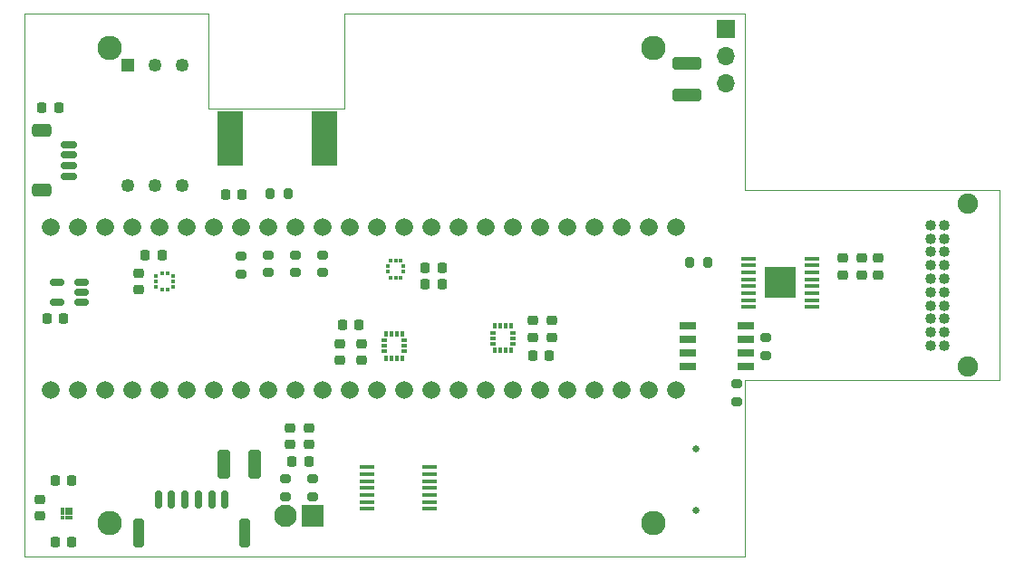
<source format=gbr>
%TF.GenerationSoftware,KiCad,Pcbnew,(7.0.0)*%
%TF.CreationDate,2024-06-17T09:17:14-04:00*%
%TF.ProjectId,BRGRavionics2.4.1,42524752-6176-4696-9f6e-696373322e34,rev?*%
%TF.SameCoordinates,PX429d390PY9157080*%
%TF.FileFunction,Soldermask,Bot*%
%TF.FilePolarity,Negative*%
%FSLAX46Y46*%
G04 Gerber Fmt 4.6, Leading zero omitted, Abs format (unit mm)*
G04 Created by KiCad (PCBNEW (7.0.0)) date 2024-06-17 09:17:14*
%MOMM*%
%LPD*%
G01*
G04 APERTURE LIST*
G04 Aperture macros list*
%AMRoundRect*
0 Rectangle with rounded corners*
0 $1 Rounding radius*
0 $2 $3 $4 $5 $6 $7 $8 $9 X,Y pos of 4 corners*
0 Add a 4 corners polygon primitive as box body*
4,1,4,$2,$3,$4,$5,$6,$7,$8,$9,$2,$3,0*
0 Add four circle primitives for the rounded corners*
1,1,$1+$1,$2,$3*
1,1,$1+$1,$4,$5*
1,1,$1+$1,$6,$7*
1,1,$1+$1,$8,$9*
0 Add four rect primitives between the rounded corners*
20,1,$1+$1,$2,$3,$4,$5,0*
20,1,$1+$1,$4,$5,$6,$7,0*
20,1,$1+$1,$6,$7,$8,$9,0*
20,1,$1+$1,$8,$9,$2,$3,0*%
G04 Aperture macros list end*
%ADD10C,2.286000*%
%ADD11C,0.650000*%
%ADD12R,1.700000X1.700000*%
%ADD13O,1.700000X1.700000*%
%ADD14R,1.251000X1.251000*%
%ADD15C,1.251000*%
%ADD16R,2.420000X5.080000*%
%ADD17C,1.665000*%
%ADD18R,2.100000X2.100000*%
%ADD19C,2.100000*%
%ADD20RoundRect,0.200000X-0.275000X0.200000X-0.275000X-0.200000X0.275000X-0.200000X0.275000X0.200000X0*%
%ADD21RoundRect,0.225000X-0.225000X-0.250000X0.225000X-0.250000X0.225000X0.250000X-0.225000X0.250000X0*%
%ADD22RoundRect,0.225000X0.250000X-0.225000X0.250000X0.225000X-0.250000X0.225000X-0.250000X-0.225000X0*%
%ADD23RoundRect,0.225000X-0.250000X0.225000X-0.250000X-0.225000X0.250000X-0.225000X0.250000X0.225000X0*%
%ADD24RoundRect,0.150000X0.150000X0.700000X-0.150000X0.700000X-0.150000X-0.700000X0.150000X-0.700000X0*%
%ADD25RoundRect,0.250000X0.250000X1.100000X-0.250000X1.100000X-0.250000X-1.100000X0.250000X-1.100000X0*%
%ADD26C,1.900000*%
%ADD27C,1.016000*%
%ADD28RoundRect,0.225000X0.225000X0.250000X-0.225000X0.250000X-0.225000X-0.250000X0.225000X-0.250000X0*%
%ADD29RoundRect,0.200000X0.275000X-0.200000X0.275000X0.200000X-0.275000X0.200000X-0.275000X-0.200000X0*%
%ADD30RoundRect,0.150000X0.512500X0.150000X-0.512500X0.150000X-0.512500X-0.150000X0.512500X-0.150000X0*%
%ADD31RoundRect,0.250000X0.325000X1.100000X-0.325000X1.100000X-0.325000X-1.100000X0.325000X-1.100000X0*%
%ADD32R,0.325000X0.300000*%
%ADD33R,0.300000X0.325000*%
%ADD34RoundRect,0.150000X-0.625000X0.150000X-0.625000X-0.150000X0.625000X-0.150000X0.625000X0.150000X0*%
%ADD35RoundRect,0.250000X-0.650000X0.350000X-0.650000X-0.350000X0.650000X-0.350000X0.650000X0.350000X0*%
%ADD36R,1.475000X0.450000*%
%ADD37RoundRect,0.200000X0.200000X0.275000X-0.200000X0.275000X-0.200000X-0.275000X0.200000X-0.275000X0*%
%ADD38R,3.000000X3.000000*%
%ADD39R,0.300000X0.600000*%
%ADD40R,0.600000X0.300000*%
%ADD41R,1.525000X0.650000*%
%ADD42C,0.404000*%
%ADD43RoundRect,0.250000X-1.100000X0.325000X-1.100000X-0.325000X1.100000X-0.325000X1.100000X0.325000X0*%
%TA.AperFunction,Profile*%
%ADD44C,0.025400*%
%TD*%
%TA.AperFunction,Profile*%
%ADD45C,0.100000*%
%TD*%
G04 APERTURE END LIST*
D10*
%TO.C,H4*%
X58724800Y3175000D03*
%TD*%
%TO.C,H1*%
X7924800Y47625000D03*
%TD*%
D11*
%TO.C,J3*%
X62703500Y4349000D03*
X62703500Y10129000D03*
%TD*%
D12*
%TO.C,J4*%
X65531999Y49387999D03*
D13*
X65531999Y46847999D03*
X65531999Y44307999D03*
%TD*%
D14*
%TO.C,U3*%
X9651999Y46010999D03*
D15*
X12192000Y46011000D03*
X14732000Y46011000D03*
X14732000Y34761000D03*
X12192000Y34761000D03*
X9652000Y34761000D03*
%TD*%
D16*
%TO.C,J1*%
X28001999Y39184999D03*
X19241999Y39184999D03*
%TD*%
D10*
%TO.C,H2*%
X7924800Y3175000D03*
%TD*%
D17*
%TO.C,IC1*%
X7493000Y15621000D03*
X10033000Y15621000D03*
X12573000Y15621000D03*
X15113000Y15621000D03*
X17653000Y15621000D03*
X20193000Y15621000D03*
X22733000Y15621000D03*
X25273000Y15621000D03*
X27813000Y15621000D03*
X30353000Y15621000D03*
X32893000Y15621000D03*
X35433000Y15621000D03*
X35433000Y30861000D03*
X32893000Y30861000D03*
X30353000Y30861000D03*
X27813000Y30861000D03*
X25273000Y30861000D03*
X22733000Y30861000D03*
X20193000Y30861000D03*
X17653000Y30861000D03*
X15113000Y30861000D03*
X12573000Y30861000D03*
X10033000Y30861000D03*
X40513000Y15621000D03*
X43053000Y15621000D03*
X45593000Y15621000D03*
X48133000Y15621000D03*
X50673000Y15621000D03*
X53213000Y15621000D03*
X55753000Y15621000D03*
X58293000Y15621000D03*
X60833000Y15621000D03*
X60833000Y30861000D03*
X58293000Y30861000D03*
X55753000Y30861000D03*
X53213000Y30861000D03*
X50673000Y30861000D03*
X48133000Y30861000D03*
X45593000Y30861000D03*
X43053000Y30861000D03*
X40513000Y30861000D03*
X37973000Y15621000D03*
X7493000Y30861000D03*
X2413000Y30861000D03*
X4953000Y15621000D03*
X37973000Y30861000D03*
X4953000Y30861000D03*
X2413000Y15621000D03*
%TD*%
D18*
%TO.C,J2*%
X26923999Y3809999D03*
D19*
X24384000Y3810000D03*
%TD*%
D10*
%TO.C,H3*%
X58724800Y47625000D03*
%TD*%
D20*
%TO.C,R6*%
X25273000Y28257000D03*
X25273000Y26607000D03*
%TD*%
D21*
%TO.C,C16*%
X47485000Y18796000D03*
X49035000Y18796000D03*
%TD*%
D22*
%TO.C,C17*%
X47498000Y20561000D03*
X47498000Y22111000D03*
%TD*%
D21*
%TO.C,C32*%
X1638000Y42037000D03*
X3188000Y42037000D03*
%TD*%
D23*
%TO.C,C29*%
X10668000Y26556000D03*
X10668000Y25006000D03*
%TD*%
D24*
%TO.C,OSDCOMM1*%
X18746000Y5406000D03*
X17496000Y5406000D03*
X16246000Y5406000D03*
X14996000Y5406000D03*
X13746000Y5406000D03*
X12496000Y5406000D03*
D25*
X20596000Y2206000D03*
X10646000Y2206000D03*
%TD*%
D26*
%TO.C,J5*%
X88103000Y33025000D03*
X88103000Y17775000D03*
D27*
X84653000Y19775000D03*
X84653000Y21025000D03*
X84653000Y22275000D03*
X84653000Y23525000D03*
X84653000Y24775000D03*
X84653000Y26025000D03*
X84653000Y27275000D03*
X84653000Y28525000D03*
X84653000Y29775000D03*
X84653000Y31025000D03*
X85903000Y19775000D03*
X85903000Y21025000D03*
X85903000Y22275000D03*
X85903000Y23525000D03*
X85903000Y24775000D03*
X85903000Y26025000D03*
X85903000Y27275000D03*
X85903000Y28525000D03*
X85903000Y29775000D03*
X85903000Y31025000D03*
%TD*%
D20*
%TO.C,R10*%
X20193000Y28130000D03*
X20193000Y26480000D03*
%TD*%
D22*
%TO.C,C23*%
X26543000Y10528000D03*
X26543000Y12078000D03*
%TD*%
D28*
%TO.C,C31*%
X4439000Y1416000D03*
X2889000Y1416000D03*
%TD*%
D29*
%TO.C,R5*%
X26924000Y5652000D03*
X26924000Y7302000D03*
%TD*%
D30*
%TO.C,IC5*%
X5328500Y25715000D03*
X5328500Y24765000D03*
X5328500Y23815000D03*
X3053500Y23815000D03*
X3053500Y25715000D03*
%TD*%
D23*
%TO.C,C13*%
X76454000Y27953000D03*
X76454000Y26403000D03*
%TD*%
%TO.C,C20*%
X31496000Y19952000D03*
X31496000Y18402000D03*
%TD*%
D21*
%TO.C,C18*%
X37452000Y27051000D03*
X39002000Y27051000D03*
%TD*%
D31*
%TO.C,C26*%
X21541000Y8636000D03*
X18591000Y8636000D03*
%TD*%
D28*
%TO.C,C24*%
X26556000Y8890000D03*
X25006000Y8890000D03*
%TD*%
D23*
%TO.C,C22*%
X29464000Y19952000D03*
X29464000Y18402000D03*
%TD*%
D29*
%TO.C,R1*%
X69215000Y18860000D03*
X69215000Y20510000D03*
%TD*%
D32*
%TO.C,U7*%
X33920999Y26673999D03*
X33920999Y27173999D03*
D33*
X34170999Y27698999D03*
X34670999Y27698999D03*
X35170999Y27698999D03*
D32*
X35420999Y27173999D03*
X35420999Y26673999D03*
D33*
X35170999Y26148999D03*
X34670999Y26148999D03*
X34170999Y26148999D03*
%TD*%
D21*
%TO.C,C33*%
X2069800Y22301200D03*
X3619800Y22301200D03*
%TD*%
D20*
%TO.C,R9*%
X22733000Y28257000D03*
X22733000Y26607000D03*
%TD*%
D22*
%TO.C,C25*%
X24765000Y10528000D03*
X24765000Y12078000D03*
%TD*%
D20*
%TO.C,R4*%
X27813000Y28257000D03*
X27813000Y26607000D03*
%TD*%
D22*
%TO.C,C15*%
X49276000Y20561000D03*
X49276000Y22111000D03*
%TD*%
D34*
%TO.C,EXTRAI1*%
X4119000Y38584000D03*
X4119000Y37584000D03*
X4119000Y36584000D03*
X4119000Y35584000D03*
D35*
X1594000Y39884000D03*
X1594000Y34284000D03*
%TD*%
D36*
%TO.C,U6*%
X32003999Y4481999D03*
X32003999Y5131999D03*
X32003999Y5781999D03*
X32003999Y6431999D03*
X32003999Y7081999D03*
X32003999Y7731999D03*
X32003999Y8381999D03*
X37879999Y8381999D03*
X37879999Y7731999D03*
X37879999Y7081999D03*
X37879999Y6431999D03*
X37879999Y5781999D03*
X37879999Y5131999D03*
X37879999Y4481999D03*
%TD*%
D28*
%TO.C,C28*%
X12827000Y28194000D03*
X11277000Y28194000D03*
%TD*%
%TO.C,C21*%
X31255000Y21717000D03*
X29705000Y21717000D03*
%TD*%
D37*
%TO.C,R3*%
X63817000Y27559000D03*
X62167000Y27559000D03*
%TD*%
D20*
%TO.C,R2*%
X66548000Y16192000D03*
X66548000Y14542000D03*
%TD*%
D36*
%TO.C,IC3*%
X67673999Y23378999D03*
X67673999Y24028999D03*
X67673999Y24678999D03*
X67673999Y25328999D03*
X67673999Y25978999D03*
X67673999Y26628999D03*
X67673999Y27278999D03*
X67673999Y27928999D03*
X73549999Y27928999D03*
X73549999Y27278999D03*
X73549999Y26628999D03*
X73549999Y25978999D03*
D38*
X70611999Y25653999D03*
D36*
X73549999Y25328999D03*
X73549999Y24678999D03*
X73549999Y24028999D03*
X73549999Y23378999D03*
%TD*%
D21*
%TO.C,C19*%
X37452000Y25527000D03*
X39002000Y25527000D03*
%TD*%
D39*
%TO.C,U8*%
X35293999Y18595999D03*
X34793999Y18595999D03*
X34293999Y18595999D03*
X33793999Y18595999D03*
D40*
X33643999Y19245999D03*
X33643999Y19745999D03*
X33643999Y20245999D03*
D39*
X33793999Y20895999D03*
X34293999Y20895999D03*
X34793999Y20895999D03*
X35293999Y20895999D03*
D40*
X35443999Y20245999D03*
X35443999Y19745999D03*
X35443999Y19245999D03*
%TD*%
D23*
%TO.C,C34*%
X1473200Y5366000D03*
X1473200Y3816000D03*
%TD*%
D29*
%TO.C,R8*%
X24384000Y5652000D03*
X24384000Y7302000D03*
%TD*%
D41*
%TO.C,IC4*%
X61981799Y17805399D03*
X61981799Y19075399D03*
X61981799Y20345399D03*
X61981799Y21615399D03*
X67405799Y21615399D03*
X67405799Y20345399D03*
X67405799Y19075399D03*
X67405799Y17805399D03*
%TD*%
D39*
%TO.C,U5*%
X43953999Y21596999D03*
X44453999Y21596999D03*
X44953999Y21596999D03*
X45453999Y21596999D03*
D40*
X45603999Y20946999D03*
X45603999Y20446999D03*
X45603999Y19946999D03*
D39*
X45453999Y19296999D03*
X44953999Y19296999D03*
X44453999Y19296999D03*
X43953999Y19296999D03*
D40*
X43803999Y19946999D03*
X43803999Y20446999D03*
X43803999Y20946999D03*
%TD*%
D37*
%TO.C,R7*%
X24599400Y33985200D03*
X22949400Y33985200D03*
%TD*%
D28*
%TO.C,C27*%
X20333000Y33934400D03*
X18783000Y33934400D03*
%TD*%
D22*
%TO.C,C11*%
X79756000Y26403000D03*
X79756000Y27953000D03*
%TD*%
D42*
%TO.C,U10*%
X4337000Y3664000D03*
X4337000Y4064000D03*
X4337000Y4464000D03*
X3937000Y3664000D03*
X3937000Y4064000D03*
X3937000Y4464000D03*
X3537000Y3664000D03*
X3537000Y4064000D03*
X3537000Y4464000D03*
%TD*%
D33*
%TO.C,U9*%
X12830999Y26530999D03*
X13330999Y26530999D03*
D32*
X13855999Y26280999D03*
X13855999Y25780999D03*
X13855999Y25280999D03*
D33*
X13330999Y25030999D03*
X12830999Y25030999D03*
D32*
X12305999Y25280999D03*
X12305999Y25780999D03*
X12305999Y26280999D03*
%TD*%
D43*
%TO.C,C14*%
X61849000Y46179000D03*
X61849000Y43229000D03*
%TD*%
D23*
%TO.C,C12*%
X78232000Y27953000D03*
X78232000Y26403000D03*
%TD*%
D28*
%TO.C,C30*%
X4439000Y7131000D03*
X2889000Y7131000D03*
%TD*%
D44*
X17145000Y50800000D02*
X0Y50800000D01*
X29845000Y41910000D02*
X29845000Y50800000D01*
D45*
X67310000Y34290000D02*
X67310000Y50800000D01*
D44*
X17145000Y41910000D02*
X17145000Y50800000D01*
X0Y0D02*
X67310000Y0D01*
X91059000Y16510000D02*
X91059000Y34290000D01*
D45*
X67310000Y16510000D02*
X67310000Y0D01*
X91059000Y34290000D02*
X67310000Y34290000D01*
D44*
X29845000Y50800000D02*
X67310000Y50800000D01*
X0Y50800000D02*
X0Y0D01*
D45*
X91059000Y16510000D02*
X67310000Y16510000D01*
D44*
X17145000Y41910000D02*
X29845000Y41910000D01*
M02*

</source>
